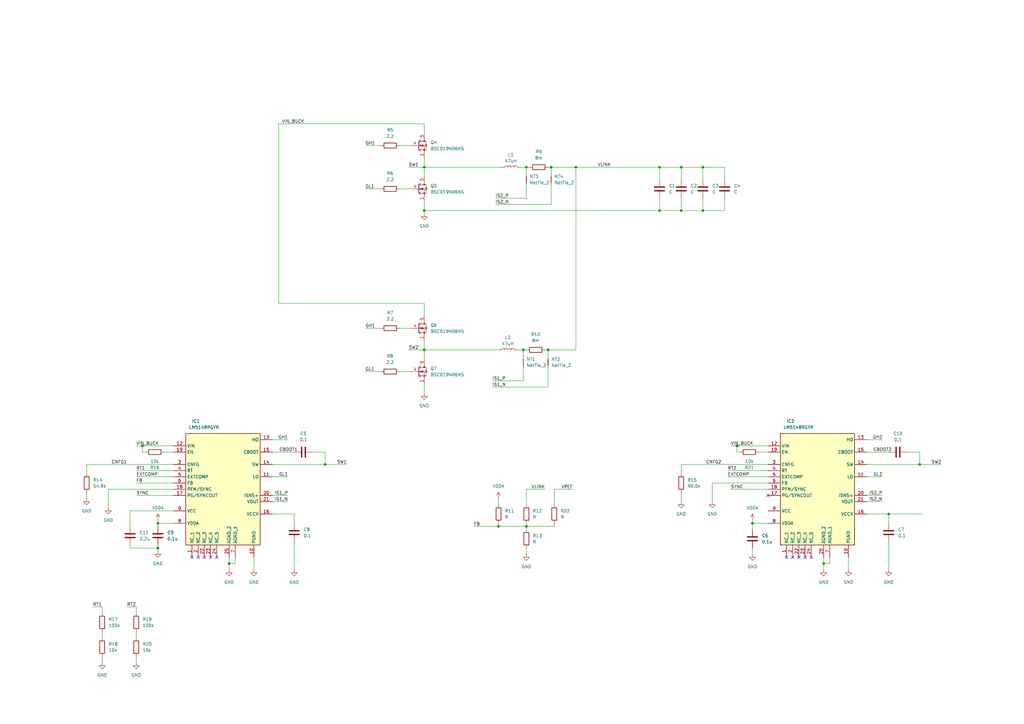
<source format=kicad_sch>
(kicad_sch (version 20250114) (generator "eeschema") (generator_version "9.0")
  (paper "A3")
  (lib_symbols
    (symbol "03_GenericPassives:Cap_0603" (pin_numbers (hide yes)) (pin_names (offset 0))
      (property "Reference" "C" (at 2.032 0 90))
      (property "Value" "C" (at 0 0 90))
      (symbol "Cap_0603_0_1"
        (polyline (pts (xy -2.032 0.762) (xy 2.032 0.762)) (stroke (width 0.508)))
        (polyline (pts (xy -2.032 -0.762) (xy 2.032 -0.762)) (stroke (width 0.508)))
      )
      (symbol "Cap_0603_1_1"
        (pin passive line (at 0 3.81 270) (length 2.794) (name "~") (number "1"))
        (pin passive line (at 0 -3.81 90) (length 2.794) (name "~") (number "2"))
      )
    )
    (symbol "03_GenericPassives:Cap_0805" (pin_numbers (hide yes)) (pin_names (offset 0))
      (property "Reference" "C" (at 2.032 0 90))
      (property "Value" "C" (at 0 0 90))
      (symbol "Cap_0805_0_1"
        (polyline (pts (xy -2.032 0.762) (xy 2.032 0.762)) (stroke (width 0.508)))
        (polyline (pts (xy -2.032 -0.762) (xy 2.032 -0.762)) (stroke (width 0.508)))
      )
      (symbol "Cap_0805_1_1"
        (pin passive line (at 0 3.81 270) (length 2.794) (name "~") (number "1"))
        (pin passive line (at 0 -3.81 90) (length 2.794) (name "~") (number "2"))
      )
    )
    (symbol "03_GenericPassives:Res_0603" (pin_numbers (hide yes)) (pin_names (offset 0))
      (property "Reference" "R" (at 2.032 0 90))
      (property "Value" "R" (at 0 0 90))
      (symbol "Res_0603_0_1"
        (rectangle (start -1.016 -2.54) (end 1.016 2.54) (stroke (width 0.254)))
      )
      (symbol "Res_0603_1_1"
        (pin passive line (at 0 3.81 270) (length 1.27) (name "~") (number "1"))
        (pin passive line (at 0 -3.81 90) (length 1.27) (name "~") (number "2"))
      )
    )
    (symbol "03_GenericPassives:Res_0805" (pin_numbers (hide yes)) (pin_names (offset 0))
      (property "Reference" "R" (at 2.032 0 90))
      (property "Value" "R" (at 0 0 90))
      (symbol "Res_0805_0_1"
        (rectangle (start -1.016 -2.54) (end 1.016 2.54) (stroke (width 0.254)))
      )
      (symbol "Res_0805_1_1"
        (pin passive line (at 0 3.81 270) (length 1.27) (name "~") (number "1"))
        (pin passive line (at 0 -3.81 90) (length 1.27) (name "~") (number "2"))
      )
    )
    (symbol "Device:C" (pin_numbers (hide yes)) (pin_names (offset 0.254))
      (property "Reference" "C" (at 0.635 2.54 0))
      (property "Value" "C" (at 0.635 -2.54 0))
      (symbol "C_0_1"
        (polyline (pts (xy -2.032 0.762) (xy 2.032 0.762)) (stroke (width 0.508)))
        (polyline (pts (xy -2.032 -0.762) (xy 2.032 -0.762)) (stroke (width 0.508)))
      )
      (symbol "C_1_1"
        (pin passive line (at 0 3.81 270) (length 2.794) (name "~") (number "1"))
        (pin passive line (at 0 -3.81 90) (length 2.794) (name "~") (number "2"))
      )
    )
    (symbol "Device:L" (pin_numbers (hide yes)) (pin_names (offset 1.016) (hide yes))
      (property "Reference" "L" (at -1.27 0 90))
      (property "Value" "L" (at 1.905 0 90))
      (symbol "L_0_1"
        (arc (start 0 2.54) (mid 0.6323 1.905) (end 0 1.27))
        (arc (start 0 1.27) (mid 0.6323 0.635) (end 0 0))
        (arc (start 0 0) (mid 0.6323 -0.635) (end 0 -1.27))
        (arc (start 0 -1.27) (mid 0.6323 -1.905) (end 0 -2.54))
      )
      (symbol "L_1_1"
        (pin passive line (at 0 3.81 270) (length 1.27) (name "1") (number "1"))
        (pin passive line (at 0 -3.81 90) (length 1.27) (name "2") (number "2"))
      )
    )
    (symbol "Device:NetTie_2" (pin_numbers (hide yes)) (pin_names (offset 0) (hide yes)) (in_bom no)
      (property "Reference" "NT" (at 0 1.27 0))
      (property "Value" "NetTie_2" (at 0 -1.27 0))
      (symbol "NetTie_2_0_1"
        (polyline (pts (xy -1.27 0) (xy 1.27 0)) (stroke (width 0.254)))
      )
      (symbol "NetTie_2_1_1"
        (pin passive line (at -2.54 0 0) (length 2.54) (name "1") (number "1"))
        (pin passive line (at 2.54 0 180) (length 2.54) (name "2") (number "2"))
      )
    )
    (symbol "Device:R" (pin_numbers (hide yes)) (pin_names (offset 0))
      (property "Reference" "R" (at 2.032 0 90))
      (property "Value" "R" (at 0 0 90))
      (symbol "R_0_1"
        (rectangle (start -1.016 -2.54) (end 1.016 2.54) (stroke (width 0.254)))
      )
      (symbol "R_1_1"
        (pin passive line (at 0 3.81 270) (length 1.27) (name "~") (number "1"))
        (pin passive line (at 0 -3.81 90) (length 1.27) (name "~") (number "2"))
      )
    )
    (symbol "SamacSys:BSC019N06NS"
      (property "Reference" "Q" (at 8.89 6.35 0))
      (property "Value" "BSC019N06NS" (at 8.89 3.81 0))
      (symbol "BSC019N06NS_0_1"
        (polyline (pts (xy 2.794 1.905) (xy 2.794 -1.905)) (stroke (width 0.254)))
        (polyline (pts (xy 3.302 2.286) (xy 3.302 1.27)) (stroke (width 0.254)))
        (polyline (pts (xy 3.302 0.508) (xy 3.302 -0.508)) (stroke (width 0.254)))
        (polyline (pts (xy 3.302 -1.27) (xy 3.302 -2.286)) (stroke (width 0.254)))
        (polyline (pts (xy 3.302 -1.778) (xy 5.842 -1.778) (xy 5.842 1.778) (xy 3.302 1.778)))
        (polyline (pts (xy 3.556 0) (xy 4.572 0.381) (xy 4.572 -0.381) (xy 3.556 0)) (fill (type outline)))
        (polyline (pts (xy 5.08 2.54) (xy 5.08 1.778)))
        (circle (center 5.08 1.778) (radius 0.254) (fill (type outline)))
        (circle (center 5.08 -1.778) (radius 0.254) (fill (type outline)))
        (polyline (pts (xy 5.08 -2.54) (xy 5.08 0) (xy 3.302 0)))
        (polyline (pts (xy 5.334 0.508) (xy 5.461 0.381) (xy 6.223 0.381) (xy 6.35 0.254)))
        (polyline (pts (xy 5.842 0.381) (xy 5.461 -0.254) (xy 6.223 -0.254) (xy 5.842 0.381)))
      )
      (symbol "BSC019N06NS_1_1"
        (pin passive line (at 0 0 0) (length 2.54) (name "") (number "4"))
        (pin passive line (at 5.08 5.08 270) (length 2.54) (name "") (number "5"))
        (pin passive line (at 5.08 5.08 270) (length 2.54) (hide yes) (name "D_2") (number "6"))
        (pin passive line (at 5.08 5.08 270) (length 2.54) (hide yes) (name "D_3") (number "7"))
        (pin passive line (at 5.08 5.08 270) (length 2.54) (hide yes) (name "D_4") (number "8"))
        (pin passive line (at 5.08 5.08 270) (length 2.54) (hide yes) (name "D_5") (number "9"))
        (pin passive line (at 5.08 -5.08 90) (length 2.54) (name "") (number "1"))
        (pin passive line (at 5.08 -5.08 90) (length 2.54) (hide yes) (name "S_4") (number "10"))
        (pin passive line (at 5.08 -5.08 90) (length 2.54) (hide yes) (name "S_2") (number "2"))
        (pin passive line (at 5.08 -5.08 90) (length 2.54) (hide yes) (name "S_3") (number "3"))
      )
    )
    (symbol "SamacSys:LM5148RGYR"
      (property "Reference" "IC" (at 5.08 17.78 0))
      (property "Value" "LM5148RGYR" (at 5.08 15.24 0))
      (symbol "LM5148RGYR_1_1"
        (rectangle (start 5.08 12.7) (end 35.56 -33.02) (stroke (width 0.254)) (fill (type background)))
        (pin passive line (at 0 7.62 0) (length 5.08) (name "VIN") (number "12"))
        (pin passive line (at 0 5.08 0) (length 5.08) (name "EN") (number "19"))
        (pin passive line (at 0 0 0) (length 5.08) (name "CNFG") (number "3"))
        (pin passive line (at 0 -2.54 0) (length 5.08) (name "RT") (number "4"))
        (pin passive line (at 0 -5.08 0) (length 5.08) (name "EXTCOMP") (number "5"))
        (pin passive line (at 0 -7.62 0) (length 5.08) (name "FB") (number "6"))
        (pin passive line (at 0 -10.16 0) (length 5.08) (name "PFM/SYNC") (number "18"))
        (pin passive line (at 0 -12.7 0) (length 5.08) (name "PG/SYNCOUT") (number "17"))
        (pin passive line (at 0 -19.05 0) (length 5.08) (name "VCC") (number "9"))
        (pin passive line (at 0 -24.13 0) (length 5.08) (name "VDDA") (number "8"))
        (pin passive line (at 7.62 -38.1 90) (length 5.08) (name "NC_1") (number "1"))
        (pin passive line (at 10.16 -38.1 90) (length 5.08) (name "NC_2") (number "2"))
        (pin passive line (at 12.7 -38.1 90) (length 5.08) (name "NC_3") (number "22"))
        (pin passive line (at 15.24 -38.1 90) (length 5.08) (name "NC_4") (number "23"))
        (pin passive line (at 17.78 -38.1 90) (length 5.08) (name "NC_5") (number "24"))
        (pin passive line (at 22.86 -38.1 90) (length 5.08) (name "AGND_2") (number "25"))
        (pin passive line (at 25.4 -38.1 90) (length 5.08) (name "AGND_1") (number "7"))
        (pin passive line (at 33.02 -38.1 90) (length 5.08) (name "PGND") (number "10"))
        (pin passive line (at 40.64 10.16 180) (length 5.08) (name "HO") (number "13"))
        (pin passive line (at 40.64 5.08 180) (length 5.08) (name "CBOOT") (number "15"))
        (pin passive line (at 40.64 0 180) (length 5.08) (name "SW") (number "14"))
        (pin passive line (at 40.64 -5.08 180) (length 5.08) (name "LO") (number "11"))
        (pin passive line (at 40.64 -12.7 180) (length 5.08) (name "ISNS+") (number "20"))
        (pin passive line (at 40.64 -15.24 180) (length 5.08) (name "VOUT") (number "21"))
        (pin passive line (at 40.64 -20.32 180) (length 5.08) (name "VCCX") (number "16"))
      )
    )
    (symbol "power:GND" (power) (pin_numbers (hide yes)) (pin_names (offset 0) (hide yes))
      (property "Value" "GND" (at 0 -3.81 0))
      (symbol "GND_0_1"
        (polyline (pts (xy 0 0) (xy 0 -1.27) (xy 1.27 -1.27) (xy 0 -2.54) (xy -1.27 -1.27) (xy 0 -1.27)))
      )
      (symbol "GND_1_1"
        (pin power_in line (at 0 0 270) (length 0) (name "~") (number "1"))
      )
    )
    (symbol "power:VDDA" (power) (pin_numbers (hide yes)) (pin_names (offset 0) (hide yes))
      (property "Value" "VDDA" (at 0 3.556 0))
      (symbol "VDDA_0_1"
        (polyline (pts (xy -0.762 1.27) (xy 0 2.54)))
        (polyline (pts (xy 0 2.54) (xy 0.762 1.27)))
        (polyline (pts (xy 0 0) (xy 0 2.54)))
      )
      (symbol "VDDA_1_1"
        (pin power_in line (at 0 0 90) (length 0) (name "~") (number "1"))
      )
    )
  )
  (junction (at 173.99 68.58))
  (junction (at 236.22 68.58))
  (junction (at 226.06 68.58))
  (junction (at 215.9 68.58))
  (junction (at 133.35 190.5))
  (junction (at 377.19 190.5))
  (junction (at 204.47 215.9))
  (junction (at 64.77 224.79))
  (junction (at 58.42 182.88))
  (junction (at 173.99 86.36))
  (junction (at 270.51 86.36))
  (junction (at 224.79 143.51))
  (junction (at 93.98 231.14))
  (junction (at 279.4 86.36))
  (junction (at 288.29 68.58))
  (junction (at 288.29 86.36))
  (junction (at 64.77 214.63))
  (junction (at 279.4 68.58))
  (junction (at 308.61 214.63))
  (junction (at 270.51 68.58))
  (junction (at 173.99 143.51))
  (junction (at 302.26 182.88))
  (junction (at 337.82 231.14))
  (junction (at 215.9 215.9))
  (junction (at 364.49 210.82))
  (junction (at 214.63 143.51))
  (no_connect (at 332.74 228.6))
  (no_connect (at 330.2 228.6))
  (no_connect (at 81.28 228.6))
  (no_connect (at 88.9 228.6))
  (no_connect (at 325.12 228.6))
  (no_connect (at 327.66 228.6))
  (no_connect (at 314.96 203.2))
  (no_connect (at 322.58 228.6))
  (no_connect (at 78.74 228.6))
  (no_connect (at 86.36 228.6))
  (no_connect (at 83.82 228.6))
  (wire (pts (xy 64.77 223.52) (xy 64.77 224.79)))
  (wire (pts (xy 149.86 152.4) (xy 156.21 152.4)))
  (wire (pts (xy 111.76 203.2) (xy 118.11 203.2)))
  (wire (pts (xy 337.82 231.14) (xy 340.36 231.14)))
  (wire (pts (xy 298.45 195.58) (xy 314.96 195.58)))
  (wire (pts (xy 223.52 143.51) (xy 224.79 143.51)))
  (wire (pts (xy 64.77 224.79) (xy 64.77 226.06)))
  (wire (pts (xy 355.6 203.2) (xy 361.95 203.2)))
  (wire (pts (xy 364.49 210.82) (xy 378.46 210.82)))
  (wire (pts (xy 163.83 59.69) (xy 168.91 59.69)))
  (wire (pts (xy 337.82 231.14) (xy 337.82 233.68)))
  (wire (pts (xy 55.88 198.12) (xy 71.12 198.12)))
  (wire (pts (xy 173.99 143.51) (xy 204.47 143.51)))
  (wire (pts (xy 292.1 198.12) (xy 292.1 205.74)))
  (wire (pts (xy 111.76 185.42) (xy 120.65 185.42)))
  (wire (pts (xy 372.11 185.42) (xy 377.19 185.42)))
  (wire (pts (xy 41.91 259.08) (xy 41.91 261.62)))
  (wire (pts (xy 203.2 81.28) (xy 215.9 81.28)))
  (wire (pts (xy 173.99 68.58) (xy 205.74 68.58)))
  (wire (pts (xy 71.12 200.66) (xy 44.45 200.66)))
  (wire (pts (xy 215.9 68.58) (xy 217.17 68.58)))
  (wire (pts (xy 355.6 195.58) (xy 361.95 195.58)))
  (wire (pts (xy 114.3 50.8) (xy 173.99 50.8)))
  (wire (pts (xy 64.77 214.63) (xy 64.77 215.9)))
  (wire (pts (xy 314.96 198.12) (xy 292.1 198.12)))
  (wire (pts (xy 44.45 200.66) (xy 44.45 208.28)))
  (wire (pts (xy 133.35 185.42) (xy 133.35 190.5)))
  (wire (pts (xy 55.88 182.88) (xy 58.42 182.88)))
  (wire (pts (xy 298.45 193.04) (xy 314.96 193.04)))
  (wire (pts (xy 215.9 215.9) (xy 215.9 217.17)))
  (wire (pts (xy 173.99 157.48) (xy 173.99 161.29)))
  (wire (pts (xy 173.99 143.51) (xy 173.99 139.7)))
  (wire (pts (xy 163.83 134.62) (xy 168.91 134.62)))
  (wire (pts (xy 303.53 185.42) (xy 302.26 185.42)))
  (wire (pts (xy 347.98 228.6) (xy 347.98 233.68)))
  (wire (pts (xy 226.06 68.58) (xy 226.06 71.12)))
  (wire (pts (xy 224.79 143.51) (xy 236.22 143.51)))
  (wire (pts (xy 173.99 68.58) (xy 173.99 72.39)))
  (wire (pts (xy 93.98 231.14) (xy 96.52 231.14)))
  (wire (pts (xy 302.26 182.88) (xy 314.96 182.88)))
  (wire (pts (xy 226.06 76.2) (xy 226.06 83.82)))
  (wire (pts (xy 308.61 224.79) (xy 308.61 227.33)))
  (wire (pts (xy 311.15 185.42) (xy 314.96 185.42)))
  (wire (pts (xy 55.88 193.04) (xy 71.12 193.04)))
  (wire (pts (xy 111.76 190.5) (xy 133.35 190.5)))
  (wire (pts (xy 308.61 214.63) (xy 314.96 214.63)))
  (wire (pts (xy 297.18 68.58) (xy 288.29 68.58)))
  (wire (pts (xy 355.6 210.82) (xy 364.49 210.82)))
  (wire (pts (xy 224.79 143.51) (xy 224.79 146.05)))
  (wire (pts (xy 226.06 68.58) (xy 236.22 68.58)))
  (wire (pts (xy 96.52 228.6) (xy 96.52 231.14)))
  (wire (pts (xy 224.79 68.58) (xy 226.06 68.58)))
  (wire (pts (xy 270.51 81.28) (xy 270.51 86.36)))
  (wire (pts (xy 279.4 68.58) (xy 279.4 73.66)))
  (wire (pts (xy 111.76 180.34) (xy 118.11 180.34)))
  (wire (pts (xy 173.99 124.46) (xy 114.3 124.46)))
  (wire (pts (xy 236.22 68.58) (xy 236.22 143.51)))
  (wire (pts (xy 173.99 86.36) (xy 270.51 86.36)))
  (wire (pts (xy 111.76 195.58) (xy 118.11 195.58)))
  (wire (pts (xy 288.29 73.66) (xy 288.29 68.58)))
  (wire (pts (xy 194.31 215.9) (xy 204.47 215.9)))
  (wire (pts (xy 149.86 59.69) (xy 156.21 59.69)))
  (wire (pts (xy 355.6 185.42) (xy 364.49 185.42)))
  (wire (pts (xy 173.99 129.54) (xy 173.99 124.46)))
  (wire (pts (xy 128.27 185.42) (xy 133.35 185.42)))
  (wire (pts (xy 204.47 215.9) (xy 215.9 215.9)))
  (wire (pts (xy 67.31 185.42) (xy 71.12 185.42)))
  (wire (pts (xy 111.76 205.74) (xy 118.11 205.74)))
  (wire (pts (xy 223.52 200.66) (xy 215.9 200.66)))
  (wire (pts (xy 215.9 214.63) (xy 215.9 215.9)))
  (wire (pts (xy 104.14 228.6) (xy 104.14 233.68)))
  (wire (pts (xy 53.34 209.55) (xy 53.34 215.9)))
  (wire (pts (xy 58.42 182.88) (xy 71.12 182.88)))
  (wire (pts (xy 167.64 68.58) (xy 173.99 68.58)))
  (wire (pts (xy 297.18 81.28) (xy 297.18 86.36)))
  (wire (pts (xy 173.99 143.51) (xy 173.99 147.32)))
  (wire (pts (xy 364.49 210.82) (xy 364.49 214.63)))
  (wire (pts (xy 133.35 190.5) (xy 142.24 190.5)))
  (wire (pts (xy 224.79 151.13) (xy 224.79 158.75)))
  (wire (pts (xy 314.96 190.5) (xy 279.4 190.5)))
  (wire (pts (xy 93.98 231.14) (xy 93.98 233.68)))
  (wire (pts (xy 234.95 200.66) (xy 227.33 200.66)))
  (wire (pts (xy 340.36 228.6) (xy 340.36 231.14)))
  (wire (pts (xy 35.56 190.5) (xy 35.56 194.31)))
  (wire (pts (xy 52.07 248.92) (xy 55.88 248.92)))
  (wire (pts (xy 71.12 209.55) (xy 53.34 209.55)))
  (wire (pts (xy 53.34 223.52) (xy 53.34 224.79)))
  (wire (pts (xy 227.33 215.9) (xy 215.9 215.9)))
  (wire (pts (xy 64.77 214.63) (xy 71.12 214.63)))
  (wire (pts (xy 55.88 195.58) (xy 71.12 195.58)))
  (wire (pts (xy 270.51 68.58) (xy 270.51 73.66)))
  (wire (pts (xy 227.33 214.63) (xy 227.33 215.9)))
  (wire (pts (xy 41.91 248.92) (xy 41.91 251.46)))
  (wire (pts (xy 173.99 64.77) (xy 173.99 68.58)))
  (wire (pts (xy 201.93 158.75) (xy 224.79 158.75)))
  (wire (pts (xy 201.93 156.21) (xy 214.63 156.21)))
  (wire (pts (xy 173.99 86.36) (xy 173.99 87.63)))
  (wire (pts (xy 297.18 73.66) (xy 297.18 68.58)))
  (wire (pts (xy 236.22 68.58) (xy 270.51 68.58)))
  (wire (pts (xy 120.65 210.82) (xy 120.65 214.63)))
  (wire (pts (xy 308.61 214.63) (xy 308.61 217.17)))
  (wire (pts (xy 377.19 190.5) (xy 386.08 190.5)))
  (wire (pts (xy 299.72 182.88) (xy 302.26 182.88)))
  (wire (pts (xy 215.9 200.66) (xy 215.9 207.01)))
  (wire (pts (xy 167.64 143.51) (xy 173.99 143.51)))
  (wire (pts (xy 120.65 222.25) (xy 120.65 233.68)))
  (wire (pts (xy 377.19 185.42) (xy 377.19 190.5)))
  (wire (pts (xy 149.86 134.62) (xy 156.21 134.62)))
  (wire (pts (xy 215.9 76.2) (xy 215.9 81.28)))
  (wire (pts (xy 59.69 185.42) (xy 58.42 185.42)))
  (wire (pts (xy 212.09 143.51) (xy 214.63 143.51)))
  (wire (pts (xy 215.9 224.79) (xy 215.9 227.33)))
  (wire (pts (xy 215.9 68.58) (xy 215.9 71.12)))
  (wire (pts (xy 337.82 228.6) (xy 337.82 231.14)))
  (wire (pts (xy 288.29 86.36) (xy 279.4 86.36)))
  (wire (pts (xy 111.76 210.82) (xy 120.65 210.82)))
  (wire (pts (xy 297.18 86.36) (xy 288.29 86.36)))
  (wire (pts (xy 288.29 68.58) (xy 279.4 68.58)))
  (wire (pts (xy 308.61 213.36) (xy 308.61 214.63)))
  (wire (pts (xy 55.88 269.24) (xy 55.88 271.78)))
  (wire (pts (xy 279.4 190.5) (xy 279.4 194.31)))
  (wire (pts (xy 41.91 269.24) (xy 41.91 271.78)))
  (wire (pts (xy 270.51 68.58) (xy 279.4 68.58)))
  (wire (pts (xy 214.63 151.13) (xy 214.63 156.21)))
  (wire (pts (xy 114.3 124.46) (xy 114.3 50.8)))
  (wire (pts (xy 163.83 152.4) (xy 168.91 152.4)))
  (wire (pts (xy 71.12 190.5) (xy 35.56 190.5)))
  (wire (pts (xy 355.6 180.34) (xy 361.95 180.34)))
  (wire (pts (xy 38.1 248.92) (xy 41.91 248.92)))
  (wire (pts (xy 204.47 214.63) (xy 204.47 215.9)))
  (wire (pts (xy 53.34 224.79) (xy 64.77 224.79)))
  (wire (pts (xy 214.63 143.51) (xy 215.9 143.51)))
  (wire (pts (xy 163.83 77.47) (xy 168.91 77.47)))
  (wire (pts (xy 55.88 203.2) (xy 71.12 203.2)))
  (wire (pts (xy 64.77 213.36) (xy 64.77 214.63)))
  (wire (pts (xy 270.51 86.36) (xy 279.4 86.36)))
  (wire (pts (xy 55.88 248.92) (xy 55.88 251.46)))
  (wire (pts (xy 288.29 81.28) (xy 288.29 86.36)))
  (wire (pts (xy 364.49 222.25) (xy 364.49 233.68)))
  (wire (pts (xy 173.99 82.55) (xy 173.99 86.36)))
  (wire (pts (xy 355.6 190.5) (xy 377.19 190.5)))
  (wire (pts (xy 299.72 200.66) (xy 314.96 200.66)))
  (wire (pts (xy 35.56 201.93) (xy 35.56 204.47)))
  (wire (pts (xy 204.47 204.47) (xy 204.47 207.01)))
  (wire (pts (xy 302.26 185.42) (xy 302.26 182.88)))
  (wire (pts (xy 203.2 83.82) (xy 226.06 83.82)))
  (wire (pts (xy 93.98 228.6) (xy 93.98 231.14)))
  (wire (pts (xy 173.99 50.8) (xy 173.99 54.61)))
  (wire (pts (xy 355.6 205.74) (xy 361.95 205.74)))
  (wire (pts (xy 214.63 143.51) (xy 214.63 146.05)))
  (wire (pts (xy 213.36 68.58) (xy 215.9 68.58)))
  (wire (pts (xy 58.42 185.42) (xy 58.42 182.88)))
  (wire (pts (xy 279.4 81.28) (xy 279.4 86.36)))
  (wire (pts (xy 55.88 259.08) (xy 55.88 261.62)))
  (wire (pts (xy 279.4 201.93) (xy 279.4 205.74)))
  (wire (pts (xy 227.33 200.66) (xy 227.33 207.01)))
  (wire (pts (xy 149.86 77.47) (xy 156.21 77.47)))
  (label "RT1" (at 55.88 193.04 0))
  (label "GL1" (at 118.11 195.58 180))
  (label "RT1" (at 38.1 248.92 0))
  (label "GL1" (at 149.86 152.4 0))
  (label "EXTCOMP" (at 55.88 195.58 0))
  (label "IS1_N" (at 201.93 158.75 0))
  (label "IS1_N" (at 118.11 205.74 180))
  (label "VLINK" (at 223.52 200.66 180))
  (label "FB" (at 55.88 198.12 0))
  (label "SW2" (at 386.08 190.5 180))
  (label "CNFG1" (at 52.07 190.5 180))
  (label "VIN_BUCK" (at 55.88 182.88 0))
  (label "GH2" (at 361.95 180.34 180))
  (label "VIN_BUCK" (at 299.72 182.88 0))
  (label "IS1_P" (at 118.11 203.2 180))
  (label "IS2_N" (at 361.95 205.74 180))
  (label "EXTCOMP" (at 298.45 195.58 0))
  (label "CBOOT1" (at 114.5274 185.42 0))
  (label "RT2" (at 52.07 248.92 0))
  (label "IS2_N" (at 203.2 83.82 0))
  (label "SYNC" (at 299.72 200.66 0))
  (label "SW1" (at 142.24 190.5 180))
  (label "VREF" (at 234.95 200.66 180))
  (label "SYNC" (at 55.88 203.2 0))
  (label "CNFG2" (at 295.91 190.5 180))
  (label "IS2_P" (at 203.2 81.28 0))
  (label "RT2" (at 298.45 193.04 0))
  (label "GH1" (at 118.11 180.34 180))
  (label "IS2_P" (at 361.95 203.2 180))
  (label "VIN_BUCK" (at 115.57 50.8 0))
  (label "SW1" (at 167.64 68.58 0))
  (label "GH1" (at 149.86 134.62 0))
  (label "GL2" (at 361.95 195.58 180))
  (label "GL1" (at 149.86 77.47 0))
  (label "CBOOT2" (at 358.14 185.42 0))
  (label "GH1" (at 149.86 59.69 0))
  (label "IS1_P" (at 201.93 156.21 0))
  (label "SW2" (at 167.64 143.51 0))
  (label "FB" (at 194.31 215.9 0))
  (label "VLINK" (at 245.11 68.58 0))
  (symbol (lib_id "03_GenericPassives:Res_0805") (at 160.02 134.62 90) (unit 1)
    (property "Reference" "R7" (at 160.02 128.27 90))
    (property "Value" "2.2" (at 160.02 130.81 90))
    (property "Footprint" "Resistor_SMD:R_0805_2012Metric" (effects (hide yes)))
    (property "Description" "Resistor 0805 Package" (effects (hide yes)))
    (property "Mount" "SMD" (effects (hide yes)))
    (property "Package" "0805" (effects (hide yes)))
  )
  (symbol (lib_id "Device:L") (at 208.28 143.51 90) (unit 1)
    (property "Reference" "L2" (at 208.28 138.43 90))
    (property "Value" "47uH" (at 208.28 140.97 90))
    (property "Footprint" "Inductor_SMD:L_12x12mm_H6mm" (effects (hide yes)))
    (property "Description" "Inductor" (effects (hide yes)))
    (property "Manufacturer Part Number" "AMDLA1306S-470MT" (effects (hide yes)))
  )
  (symbol (lib_id "power:GND") (at 41.91 271.78 0) (unit 1)
    (property "Reference" "#PWR019" (effects (hide yes)))
    (property "Value" "GND" (at 41.91 276.86 0))
    (property "Description" "Power symbol creates a global label with name \"GND\" , ground" (effects (hide yes)))
  )
  (symbol (lib_id "power:GND") (at 93.98 233.68 0) (unit 1)
    (property "Reference" "#PWR07" (effects (hide yes)))
    (property "Value" "GND" (at 93.98 238.76 0))
    (property "Description" "Power symbol creates a global label with name \"GND\" , ground" (effects (hide yes)))
  )
  (symbol (lib_id "Device:L") (at 209.55 68.58 90) (unit 1)
    (property "Reference" "L1" (at 209.55 63.5 90))
    (property "Value" "47uH" (at 209.55 66.04 90))
    (property "Footprint" "Inductor_SMD:L_12x12mm_H6mm" (effects (hide yes)))
    (property "Description" "Inductor" (effects (hide yes)))
    (property "Manufacturer Part Number" "AMDLA1306S-470MT" (effects (hide yes)))
  )
  (symbol (lib_id "Device:R") (at 220.98 68.58 90) (unit 1)
    (property "Reference" "R9" (at 220.98 62.23 90))
    (property "Value" "8m" (at 220.98 64.77 90))
    (property "Footprint" "Resistor_SMD:R_0508_1220Metric" (effects (hide yes)))
    (property "Description" "Resistor" (effects (hide yes)))
    (property "Manufacturer Part Number" "KRL2012E-M-R008-F-T5" (effects (hide yes)))
    (property "Link" "https://www.mouser.it/ProductDetail/Susumu/KRL2012E-M-R008-F-T5?qs=B%2FFHBzrwtka5mUFS%252BKkJCg%3D%3D" (effects (hide yes)))
    (property "Mouser Part Number" "754-KRL2012EMR008FT5" (effects (hide yes)))
  )
  (symbol (lib_id "Device:C") (at 270.51 77.47 0) (unit 1)
    (property "Reference" "C1" (at 274.32 76.1999 0) (effects (justify left)))
    (property "Value" "C" (at 274.32 78.7399 0) (effects (justify left)))
    (property "Footprint" "Capacitor_SMD:C_1206_3216Metric" (effects (hide yes)))
    (property "Description" "Unpolarized capacitor" (effects (hide yes)))
  )
  (symbol (lib_id "Device:NetTie_2") (at 215.9 73.66 90) (unit 1) (in_bom no)
    (property "Reference" "NT3" (at 217.17 72.3899 90) (effects (justify right)))
    (property "Value" "NetTie_2" (at 217.17 74.9299 90) (effects (justify right)))
    (property "Description" "Net tie, 2 pins" (effects (hide yes)))
  )
  (symbol (lib_id "03_GenericPassives:Cap_0603") (at 124.46 185.42 90) (unit 1)
    (property "Reference" "C5" (at 124.46 177.8 90))
    (property "Value" "0.1" (at 124.46 180.34 90))
    (property "Footprint" "Capacitor_SMD:C_0603_1608Metric" (effects (hide yes)))
    (property "Description" "Capacitor 0603 Package" (effects (hide yes)))
    (property "Mount" "SMD" (effects (hide yes)))
    (property "Package" "0603" (effects (hide yes)))
  )
  (symbol (lib_id "03_GenericPassives:Res_0805") (at 63.5 185.42 90) (mirror x) (unit 1)
    (property "Reference" "R16" (at 63.5 191.77 90))
    (property "Value" "10k" (at 63.5 189.23 90))
    (property "Footprint" "Resistor_SMD:R_0805_2012Metric" (effects (hide yes)))
    (property "Description" "Resistor 0805 Package" (effects (hide yes)))
    (property "Mount" "SMD" (effects (hide yes)))
    (property "Package" "0805" (effects (hide yes)))
  )
  (symbol (lib_id "power:GND") (at 337.82 233.68 0) (unit 1)
    (property "Reference" "#PWR016" (effects (hide yes)))
    (property "Value" "GND" (at 337.82 238.76 0))
    (property "Description" "Power symbol creates a global label with name \"GND\" , ground" (effects (hide yes)))
  )
  (symbol (lib_id "SamacSys:LM5148RGYR") (at 71.12 190.5 0) (unit 1)
    (property "Reference" "IC1" (at 78.74 172.72 0) (effects (justify left)))
    (property "Value" "LM5148RGYR" (at 77.47 175.26 0) (effects (justify left)))
    (property "Footprint" "Samacsys:LM5148RGYR" (effects (hide yes)))
    (property "Datasheet" "https://www.ti.com/lit/ds/symlink/lm5148.pdf?ts=1680990210570&ref_url=https%253A%252F%252Fwww.ti.com%252Fproduct%252FLM5148" (effects (hide yes)))
    (property "Description" "Switching Controllers 3.5-V to 80-V, current mode synchronous buck controller" (effects (hide yes)))
    (property "Height" "1" (effects (hide yes)))
    (property "Mouser Part Number" "595-LM5148RGYR" (effects (hide yes)))
    (property "Mouser Price/Stock" "https://www.mouser.co.uk/ProductDetail/Texas-Instruments/LM5148RGYR?qs=Jm2GQyTW%2FbgsJOyzcNbTmw%3D%3D" (effects (hide yes)))
    (property "Manufacturer_Name" "Texas Instruments" (effects (hide yes)))
    (property "Manufacturer_Part_Number" "LM5148RGYR" (effects (hide yes)))
  )
  (symbol (lib_id "03_GenericPassives:Res_0603") (at 35.56 198.12 0) (unit 1)
    (property "Reference" "R14" (at 38.1 196.8499 0) (effects (justify left)))
    (property "Value" "54.9k" (at 38.1 199.3899 0) (effects (justify left)))
    (property "Footprint" "Resistor_SMD:R_0603_1608Metric" (effects (hide yes)))
    (property "Description" "Resistor 0603 Package" (effects (hide yes)))
    (property "Mount" "SMD" (effects (hide yes)))
    (property "Package" "0603" (effects (hide yes)))
  )
  (symbol (lib_id "Device:NetTie_2") (at 226.06 73.66 90) (unit 1) (in_bom no)
    (property "Reference" "NT4" (at 227.33 72.3899 90) (effects (justify right)))
    (property "Value" "NetTie_2" (at 227.33 74.9299 90) (effects (justify right)))
    (property "Description" "Net tie, 2 pins" (effects (hide yes)))
  )
  (symbol (lib_id "03_GenericPassives:Res_0603") (at 55.88 255.27 0) (unit 1)
    (property "Reference" "R19" (at 58.42 253.9999 0) (effects (justify left)))
    (property "Value" "100k" (at 58.42 256.5399 0) (effects (justify left)))
    (property "Footprint" "Resistor_SMD:R_0603_1608Metric" (effects (hide yes)))
    (property "Description" "Resistor 0603 Package" (effects (hide yes)))
    (property "Mount" "SMD" (effects (hide yes)))
    (property "Package" "0603" (effects (hide yes)))
  )
  (symbol (lib_id "SamacSys:LM5148RGYR") (at 314.96 190.5 0) (unit 1)
    (property "Reference" "IC2" (at 322.58 172.72 0) (effects (justify left)))
    (property "Value" "LM5148RGYR" (at 321.31 175.26 0) (effects (justify left)))
    (property "Footprint" "Samacsys:LM5148RGYR" (effects (hide yes)))
    (property "Datasheet" "https://www.ti.com/lit/ds/symlink/lm5148.pdf?ts=1680990210570&ref_url=https%253A%252F%252Fwww.ti.com%252Fproduct%252FLM5148" (effects (hide yes)))
    (property "Description" "Switching Controllers 3.5-V to 80-V, current mode synchronous buck controller" (effects (hide yes)))
    (property "Height" "1" (effects (hide yes)))
    (property "Mouser Part Number" "595-LM5148RGYR" (effects (hide yes)))
    (property "Mouser Price/Stock" "https://www.mouser.co.uk/ProductDetail/Texas-Instruments/LM5148RGYR?qs=Jm2GQyTW%2FbgsJOyzcNbTmw%3D%3D" (effects (hide yes)))
    (property "Manufacturer_Name" "Texas Instruments" (effects (hide yes)))
    (property "Manufacturer_Part_Number" "LM5148RGYR" (effects (hide yes)))
  )
  (symbol (lib_id "03_GenericPassives:Cap_0805") (at 308.61 220.98 0) (unit 1)
    (property "Reference" "C6" (at 312.42 219.7099 0) (effects (justify left)))
    (property "Value" "0.1u" (at 312.42 222.2499 0) (effects (justify left)))
    (property "Footprint" "Capacitor_SMD:C_0805_2012Metric" (effects (hide yes)))
    (property "Description" "Capacitor 0805 Package" (effects (hide yes)))
    (property "Mount" "SMD" (effects (hide yes)))
    (property "Package" "0805" (effects (hide yes)))
    (property "Voltage" "25V" (effects (hide yes)))
  )
  (symbol (lib_id "power:GND") (at 173.99 87.63 0) (unit 1)
    (property "Reference" "#PWR03" (effects (hide yes)))
    (property "Value" "GND" (at 173.99 92.71 0))
    (property "Description" "Power symbol creates a global label with name \"GND\" , ground" (effects (hide yes)))
  )
  (symbol (lib_id "SamacSys:BSC019N06NS") (at 168.91 59.69 0) (unit 1)
    (property "Reference" "Q4" (at 176.53 58.4199 0) (effects (justify left)))
    (property "Value" "BSC019N06NS" (at 176.53 60.9599 0) (effects (justify left)))
    (property "Footprint" "Samacsys:IPC100N04S51R2ATMA1" (effects (hide yes)))
    (property "Datasheet" "https://www.infineon.com/dgdl/Infineon-IAUCN08S7N034-DataSheet-v01_00-EN.pdf?fileId=8ac78c8c919c9f9d0191a6a090d47fd3" (effects (hide yes)))
    (property "Description" "MOSFETs MOSFET_(75V 120V(" (effects (hide yes)))
    (property "Height" "1.1" (effects (hide yes)))
    (property "Manufacturer_Name" "Infineon" (effects (hide yes)))
    (property "Manufacturer_Part_Number" "IAUCN08S7N034ATMA1" (effects (hide yes)))
  )
  (symbol (lib_id "03_GenericPassives:Res_0805") (at 307.34 185.42 90) (mirror x) (unit 1)
    (property "Reference" "R21" (at 307.34 191.77 90))
    (property "Value" "10k" (at 307.34 189.23 90))
    (property "Footprint" "Resistor_SMD:R_0805_2012Metric" (effects (hide yes)))
    (property "Description" "Resistor 0805 Package" (effects (hide yes)))
    (property "Mount" "SMD" (effects (hide yes)))
    (property "Package" "0805" (effects (hide yes)))
  )
  (symbol (lib_id "power:GND") (at 292.1 205.74 0) (unit 1)
    (property "Reference" "#PWR022" (effects (hide yes)))
    (property "Value" "GND" (at 292.1 210.82 0))
    (property "Description" "Power symbol creates a global label with name \"GND\" , ground" (effects (hide yes)))
  )
  (symbol (lib_id "Device:R") (at 219.71 143.51 90) (unit 1)
    (property "Reference" "R10" (at 219.71 137.16 90))
    (property "Value" "8m" (at 219.71 139.7 90))
    (property "Footprint" "Resistor_SMD:R_0508_1220Metric" (effects (hide yes)))
    (property "Description" "Resistor" (effects (hide yes)))
    (property "Manufacturer Part Number" "KRL2012E-M-R008-F-T5" (effects (hide yes)))
    (property "Link" "https://www.mouser.it/ProductDetail/Susumu/KRL2012E-M-R008-F-T5?qs=B%2FFHBzrwtka5mUFS%252BKkJCg%3D%3D" (effects (hide yes)))
    (property "Mouser Part Number" "754-KRL2012EMR008FT5" (effects (hide yes)))
  )
  (symbol (lib_id "power:GND") (at 64.77 226.06 0) (unit 1)
    (property "Reference" "#PWR09" (effects (hide yes)))
    (property "Value" "GND" (at 64.77 231.14 0))
    (property "Description" "Power symbol creates a global label with name \"GND\" , ground" (effects (hide yes)))
  )
  (symbol (lib_id "03_GenericPassives:Cap_0805") (at 53.34 219.71 0) (unit 1)
    (property "Reference" "C11" (at 57.15 218.4399 0) (effects (justify left)))
    (property "Value" "2.2u" (at 57.15 220.9799 0) (effects (justify left)))
    (property "Footprint" "Capacitor_SMD:C_0805_2012Metric" (effects (hide yes)))
    (property "Description" "Capacitor 0805 Package" (effects (hide yes)))
    (property "Mount" "SMD" (effects (hide yes)))
    (property "Package" "0805" (effects (hide yes)))
    (property "Voltage" "25V" (effects (hide yes)))
  )
  (symbol (lib_id "03_GenericPassives:Res_0805") (at 160.02 77.47 90) (unit 1)
    (property "Reference" "R6" (at 160.02 71.12 90))
    (property "Value" "2.2" (at 160.02 73.66 90))
    (property "Footprint" "Resistor_SMD:R_0805_2012Metric" (effects (hide yes)))
    (property "Description" "Resistor 0805 Package" (effects (hide yes)))
    (property "Mount" "SMD" (effects (hide yes)))
    (property "Package" "0805" (effects (hide yes)))
  )
  (symbol (lib_id "power:GND") (at 364.49 233.68 0) (unit 1)
    (property "Reference" "#PWR018" (effects (hide yes)))
    (property "Value" "GND" (at 364.49 238.76 0))
    (property "Description" "Power symbol creates a global label with name \"GND\" , ground" (effects (hide yes)))
  )
  (symbol (lib_id "03_GenericPassives:Res_0603") (at 41.91 265.43 0) (unit 1)
    (property "Reference" "R18" (at 44.45 264.1599 0) (effects (justify left)))
    (property "Value" "10k" (at 44.45 266.6999 0) (effects (justify left)))
    (property "Footprint" "Resistor_SMD:R_0603_1608Metric" (effects (hide yes)))
    (property "Description" "Resistor 0603 Package" (effects (hide yes)))
    (property "Mount" "SMD" (effects (hide yes)))
    (property "Package" "0603" (effects (hide yes)))
  )
  (symbol (lib_id "03_GenericPassives:Res_0603") (at 227.33 210.82 0) (unit 1)
    (property "Reference" "R22" (at 229.87 209.5499 0) (effects (justify left)))
    (property "Value" "R" (at 229.87 212.0899 0) (effects (justify left)))
    (property "Footprint" "Resistor_SMD:R_0603_1608Metric" (effects (hide yes)))
    (property "Description" "Resistor 0603 Package" (effects (hide yes)))
    (property "Mount" "SMD" (effects (hide yes)))
    (property "Package" "0603" (effects (hide yes)))
  )
  (symbol (lib_id "03_GenericPassives:Res_0603") (at 41.91 255.27 0) (unit 1)
    (property "Reference" "R17" (at 44.45 253.9999 0) (effects (justify left)))
    (property "Value" "100k" (at 44.45 256.5399 0) (effects (justify left)))
    (property "Footprint" "Resistor_SMD:R_0603_1608Metric" (effects (hide yes)))
    (property "Description" "Resistor 0603 Package" (effects (hide yes)))
    (property "Mount" "SMD" (effects (hide yes)))
    (property "Package" "0603" (effects (hide yes)))
  )
  (symbol (lib_id "03_GenericPassives:Res_0603") (at 279.4 198.12 0) (unit 1)
    (property "Reference" "R15" (at 281.94 196.8499 0) (effects (justify left)))
    (property "Value" "90.0k" (at 281.94 199.3899 0) (effects (justify left)))
    (property "Footprint" "Resistor_SMD:R_0603_1608Metric" (effects (hide yes)))
    (property "Description" "Resistor 0603 Package" (effects (hide yes)))
    (property "Mount" "SMD" (effects (hide yes)))
    (property "Package" "0603" (effects (hide yes)))
  )
  (symbol (lib_id "SamacSys:BSC019N06NS") (at 168.91 152.4 0) (unit 1)
    (property "Reference" "Q7" (at 176.53 151.1299 0) (effects (justify left)))
    (property "Value" "BSC019N06NS" (at 176.53 153.6699 0) (effects (justify left)))
    (property "Footprint" "Samacsys:IPC100N04S51R2ATMA1" (effects (hide yes)))
    (property "Datasheet" "https://www.infineon.com/dgdl/Infineon-IAUCN08S7N034-DataSheet-v01_00-EN.pdf?fileId=8ac78c8c919c9f9d0191a6a090d47fd3" (effects (hide yes)))
    (property "Description" "MOSFETs MOSFET_(75V 120V(" (effects (hide yes)))
    (property "Height" "1.1" (effects (hide yes)))
    (property "Manufacturer_Name" "Infineon" (effects (hide yes)))
    (property "Manufacturer_Part_Number" "IAUCN08S7N034ATMA1" (effects (hide yes)))
  )
  (symbol (lib_id "power:GND") (at 308.61 227.33 0) (unit 1)
    (property "Reference" "#PWR015" (effects (hide yes)))
    (property "Value" "GND" (at 308.61 232.41 0))
    (property "Description" "Power symbol creates a global label with name \"GND\" , ground" (effects (hide yes)))
  )
  (symbol (lib_id "power:VDDA") (at 308.61 213.36 0) (unit 1)
    (property "Reference" "#PWR014" (effects (hide yes)))
    (property "Value" "VDDA" (at 308.61 208.28 0))
    (property "Description" "Power symbol creates a global label with name \"VDDA\"" (effects (hide yes)))
  )
  (symbol (lib_id "power:GND") (at 120.65 233.68 0) (unit 1)
    (property "Reference" "#PWR05" (effects (hide yes)))
    (property "Value" "GND" (at 120.65 238.76 0))
    (property "Description" "Power symbol creates a global label with name \"GND\" , ground" (effects (hide yes)))
  )
  (symbol (lib_id "03_GenericPassives:Cap_0603") (at 120.65 218.44 180) (unit 1)
    (property "Reference" "C8" (at 124.46 217.1699 0) (effects (justify right)))
    (property "Value" "0.1" (at 124.46 219.7099 0) (effects (justify right)))
    (property "Footprint" "Capacitor_SMD:C_0603_1608Metric" (effects (hide yes)))
    (property "Description" "Capacitor 0603 Package" (effects (hide yes)))
    (property "Mount" "SMD" (effects (hide yes)))
    (property "Package" "0603" (effects (hide yes)))
  )
  (symbol (lib_id "03_GenericPassives:Cap_0603") (at 368.3 185.42 90) (unit 1)
    (property "Reference" "C10" (at 368.3 177.8 90))
    (property "Value" "0.1" (at 368.3 180.34 90))
    (property "Footprint" "Capacitor_SMD:C_0603_1608Metric" (effects (hide yes)))
    (property "Description" "Capacitor 0603 Package" (effects (hide yes)))
    (property "Mount" "SMD" (effects (hide yes)))
    (property "Package" "0603" (effects (hide yes)))
  )
  (symbol (lib_id "power:GND") (at 55.88 271.78 0) (unit 1)
    (property "Reference" "#PWR020" (effects (hide yes)))
    (property "Value" "GND" (at 55.88 276.86 0))
    (property "Description" "Power symbol creates a global label with name \"GND\" , ground" (effects (hide yes)))
  )
  (symbol (lib_id "power:GND") (at 173.99 161.29 0) (unit 1)
    (property "Reference" "#PWR04" (effects (hide yes)))
    (property "Value" "GND" (at 173.99 166.37 0))
    (property "Description" "Power symbol creates a global label with name \"GND\" , ground" (effects (hide yes)))
  )
  (symbol (lib_id "03_GenericPassives:Res_0603") (at 204.47 210.82 0) (unit 1)
    (property "Reference" "R11" (at 207.01 209.5499 0) (effects (justify left)))
    (property "Value" "R" (at 207.01 212.0899 0) (effects (justify left)))
    (property "Footprint" "Resistor_SMD:R_0603_1608Metric" (effects (hide yes)))
    (property "Description" "Resistor 0603 Package" (effects (hide yes)))
    (property "Mount" "SMD" (effects (hide yes)))
    (property "Package" "0603" (effects (hide yes)))
  )
  (symbol (lib_id "power:GND") (at 279.4 205.74 0) (unit 1)
    (property "Reference" "#PWR013" (effects (hide yes)))
    (property "Value" "GND" (at 279.4 210.82 0))
    (property "Description" "Power symbol creates a global label with name \"GND\" , ground" (effects (hide yes)))
  )
  (symbol (lib_id "Device:C") (at 297.18 77.47 0) (unit 1)
    (property "Reference" "C4" (at 300.99 76.1999 0) (effects (justify left)))
    (property "Value" "C" (at 300.99 78.7399 0) (effects (justify left)))
    (property "Footprint" "Capacitor_SMD:C_1206_3216Metric" (effects (hide yes)))
    (property "Description" "Unpolarized capacitor" (effects (hide yes)))
  )
  (symbol (lib_id "Device:C") (at 288.29 77.47 0) (unit 1)
    (property "Reference" "C3" (at 292.1 76.1999 0) (effects (justify left)))
    (property "Value" "C" (at 292.1 78.7399 0) (effects (justify left)))
    (property "Footprint" "Capacitor_SMD:C_1206_3216Metric" (effects (hide yes)))
    (property "Description" "Unpolarized capacitor" (effects (hide yes)))
  )
  (symbol (lib_id "SamacSys:BSC019N06NS") (at 168.91 134.62 0) (unit 1)
    (property "Reference" "Q6" (at 176.53 133.3499 0) (effects (justify left)))
    (property "Value" "BSC019N06NS" (at 176.53 135.8899 0) (effects (justify left)))
    (property "Footprint" "Samacsys:IPC100N04S51R2ATMA1" (effects (hide yes)))
    (property "Datasheet" "https://www.infineon.com/dgdl/Infineon-IAUCN08S7N034-DataSheet-v01_00-EN.pdf?fileId=8ac78c8c919c9f9d0191a6a090d47fd3" (effects (hide yes)))
    (property "Description" "MOSFETs MOSFET_(75V 120V(" (effects (hide yes)))
    (property "Height" "1.1" (effects (hide yes)))
    (property "Manufacturer_Name" "Infineon" (effects (hide yes)))
    (property "Manufacturer_Part_Number" "IAUCN08S7N034ATMA1" (effects (hide yes)))
  )
  (symbol (lib_id "power:GND") (at 104.14 233.68 0) (unit 1)
    (property "Reference" "#PWR06" (effects (hide yes)))
    (property "Value" "GND" (at 104.14 238.76 0))
    (property "Description" "Power symbol creates a global label with name \"GND\" , ground" (effects (hide yes)))
  )
  (symbol (lib_id "Device:C") (at 279.4 77.47 0) (unit 1)
    (property "Reference" "C2" (at 283.21 76.1999 0) (effects (justify left)))
    (property "Value" "C" (at 283.21 78.7399 0) (effects (justify left)))
    (property "Footprint" "Capacitor_SMD:C_1206_3216Metric" (effects (hide yes)))
    (property "Description" "Unpolarized capacitor" (effects (hide yes)))
  )
  (symbol (lib_id "03_GenericPassives:Res_0603") (at 215.9 220.98 0) (unit 1)
    (property "Reference" "R13" (at 218.44 219.7099 0) (effects (justify left)))
    (property "Value" "R" (at 218.44 222.2499 0) (effects (justify left)))
    (property "Footprint" "Resistor_SMD:R_0603_1608Metric" (effects (hide yes)))
    (property "Description" "Resistor 0603 Package" (effects (hide yes)))
    (property "Mount" "SMD" (effects (hide yes)))
    (property "Package" "0603" (effects (hide yes)))
  )
  (symbol (lib_id "03_GenericPassives:Res_0603") (at 215.9 210.82 0) (unit 1)
    (property "Reference" "R12" (at 218.44 209.5499 0) (effects (justify left)))
    (property "Value" "R" (at 218.44 212.0899 0) (effects (justify left)))
    (property "Footprint" "Resistor_SMD:R_0603_1608Metric" (effects (hide yes)))
    (property "Description" "Resistor 0603 Package" (effects (hide yes)))
    (property "Mount" "SMD" (effects (hide yes)))
    (property "Package" "0603" (effects (hide yes)))
  )
  (symbol (lib_id "SamacSys:BSC019N06NS") (at 168.91 77.47 0) (unit 1)
    (property "Reference" "Q5" (at 176.53 76.1999 0) (effects (justify left)))
    (property "Value" "BSC019N06NS" (at 176.53 78.7399 0) (effects (justify left)))
    (property "Footprint" "Samacsys:IPC100N04S51R2ATMA1" (effects (hide yes)))
    (property "Datasheet" "https://www.infineon.com/dgdl/Infineon-IAUCN08S7N034-DataSheet-v01_00-EN.pdf?fileId=8ac78c8c919c9f9d0191a6a090d47fd3" (effects (hide yes)))
    (property "Description" "MOSFETs MOSFET_(75V 120V(" (effects (hide yes)))
    (property "Height" "1.1" (effects (hide yes)))
    (property "Manufacturer_Name" "Infineon" (effects (hide yes)))
    (property "Manufacturer_Part_Number" "IAUCN08S7N034ATMA1" (effects (hide yes)))
  )
  (symbol (lib_id "Device:NetTie_2") (at 214.63 148.59 90) (unit 1) (in_bom no)
    (property "Reference" "NT1" (at 215.9 147.3199 90) (effects (justify right)))
    (property "Value" "NetTie_2" (at 215.9 149.8599 90) (effects (justify right)))
    (property "Description" "Net tie, 2 pins" (effects (hide yes)))
  )
  (symbol (lib_id "power:GND") (at 347.98 233.68 0) (unit 1)
    (property "Reference" "#PWR017" (effects (hide yes)))
    (property "Value" "GND" (at 347.98 238.76 0))
    (property "Description" "Power symbol creates a global label with name \"GND\" , ground" (effects (hide yes)))
  )
  (symbol (lib_id "Device:NetTie_2") (at 224.79 148.59 90) (unit 1) (in_bom no)
    (property "Reference" "NT2" (at 226.06 147.3199 90) (effects (justify right)))
    (property "Value" "NetTie_2" (at 226.06 149.8599 90) (effects (justify right)))
    (property "Description" "Net tie, 2 pins" (effects (hide yes)))
  )
  (symbol (lib_id "power:GND") (at 215.9 227.33 0) (unit 1)
    (property "Reference" "#PWR011" (effects (hide yes)))
    (property "Value" "GND" (at 215.9 232.41 0))
    (property "Description" "Power symbol creates a global label with name \"GND\" , ground" (effects (hide yes)))
  )
  (symbol (lib_id "03_GenericPassives:Cap_0603") (at 364.49 218.44 180) (unit 1)
    (property "Reference" "C7" (at 368.3 217.1699 0) (effects (justify right)))
    (property "Value" "0.1" (at 368.3 219.7099 0) (effects (justify right)))
    (property "Footprint" "Capacitor_SMD:C_0603_1608Metric" (effects (hide yes)))
    (property "Description" "Capacitor 0603 Package" (effects (hide yes)))
    (property "Mount" "SMD" (effects (hide yes)))
    (property "Package" "0603" (effects (hide yes)))
  )
  (symbol (lib_id "03_GenericPassives:Res_0603") (at 55.88 265.43 0) (unit 1)
    (property "Reference" "R20" (at 58.42 264.1599 0) (effects (justify left)))
    (property "Value" "10k" (at 58.42 266.6999 0) (effects (justify left)))
    (property "Footprint" "Resistor_SMD:R_0603_1608Metric" (effects (hide yes)))
    (property "Description" "Resistor 0603 Package" (effects (hide yes)))
    (property "Mount" "SMD" (effects (hide yes)))
    (property "Package" "0603" (effects (hide yes)))
  )
  (symbol (lib_id "power:VDDA") (at 204.47 204.47 0) (unit 1)
    (property "Reference" "#PWR010" (effects (hide yes)))
    (property "Value" "VDDA" (at 204.47 199.39 0))
    (property "Description" "Power symbol creates a global label with name \"VDDA\"" (effects (hide yes)))
  )
  (symbol (lib_id "power:GND") (at 35.56 204.47 0) (unit 1)
    (property "Reference" "#PWR012" (effects (hide yes)))
    (property "Value" "GND" (at 35.56 209.55 0))
    (property "Description" "Power symbol creates a global label with name \"GND\" , ground" (effects (hide yes)))
  )
  (symbol (lib_id "03_GenericPassives:Res_0805") (at 160.02 152.4 90) (unit 1)
    (property "Reference" "R8" (at 160.02 146.05 90))
    (property "Value" "2.2" (at 160.02 148.59 90))
    (property "Footprint" "Resistor_SMD:R_0805_2012Metric" (effects (hide yes)))
    (property "Description" "Resistor 0805 Package" (effects (hide yes)))
    (property "Mount" "SMD" (effects (hide yes)))
    (property "Package" "0805" (effects (hide yes)))
  )
  (symbol (lib_id "power:GND") (at 44.45 208.28 0) (unit 1)
    (property "Reference" "#PWR021" (effects (hide yes)))
    (property "Value" "GND" (at 44.45 213.36 0))
    (property "Description" "Power symbol creates a global label with name \"GND\" , ground" (effects (hide yes)))
  )
  (symbol (lib_id "03_GenericPassives:Cap_0805") (at 64.77 219.71 0) (unit 1)
    (property "Reference" "C9" (at 68.58 218.4399 0) (effects (justify left)))
    (property "Value" "0.1u" (at 68.58 220.9799 0) (effects (justify left)))
    (property "Footprint" "Capacitor_SMD:C_0805_2012Metric" (effects (hide yes)))
    (property "Description" "Capacitor 0805 Package" (effects (hide yes)))
    (property "Mount" "SMD" (effects (hide yes)))
    (property "Package" "0805" (effects (hide yes)))
    (property "Voltage" "25V" (effects (hide yes)))
  )
  (symbol (lib_id "03_GenericPassives:Res_0805") (at 160.02 59.69 90) (unit 1)
    (property "Reference" "R5" (at 160.02 53.34 90))
    (property "Value" "2.2" (at 160.02 55.88 90))
    (property "Footprint" "Resistor_SMD:R_0805_2012Metric" (effects (hide yes)))
    (property "Description" "Resistor 0805 Package" (effects (hide yes)))
    (property "Mount" "SMD" (effects (hide yes)))
    (property "Package" "0805" (effects (hide yes)))
  )
  (symbol (lib_id "power:VDDA") (at 64.77 213.36 0) (unit 1)
    (property "Reference" "#PWR08" (effects (hide yes)))
    (property "Value" "VDDA" (at 64.77 208.28 0))
    (property "Description" "Power symbol creates a global label with name \"VDDA\"" (effects (hide yes)))
  )
)
</source>
